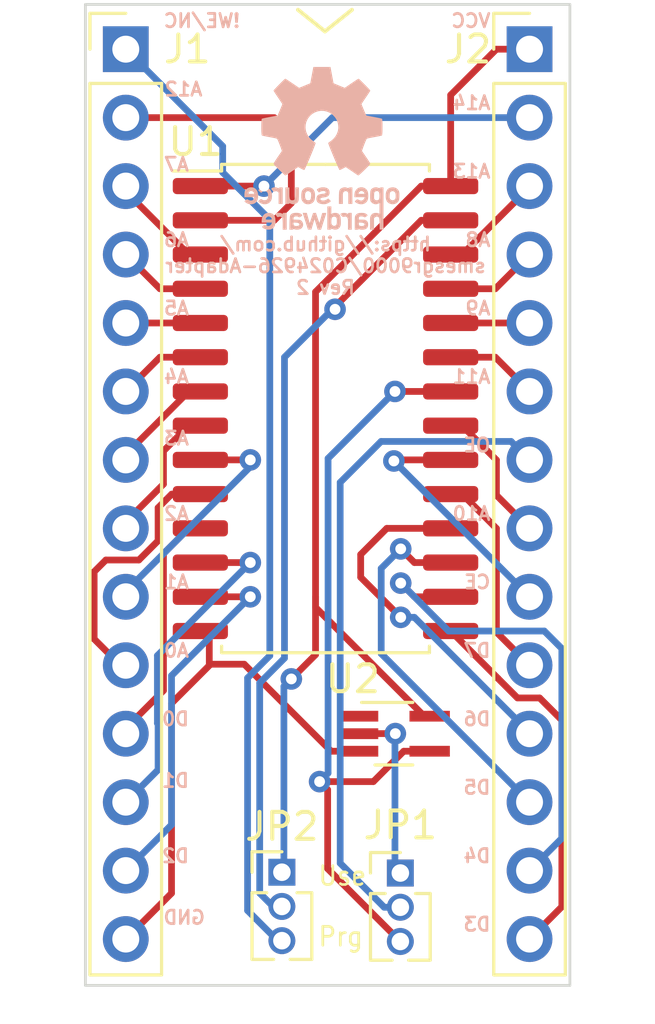
<source format=kicad_pcb>
(kicad_pcb (version 20221018) (generator pcbnew)
  (layers (0 "F.Cu" signal) (31 "B.Cu" signal) (34 "B.Paste" user) (35 "F.Paste" user) (36 "B.SilkS" user "B.Silkscreen") (37 "F.SilkS" user "F.Silkscreen") (38 "B.Mask" user) (39 "F.Mask" user) (44 "Edge.Cuts" user))
  (net 0 "")
  (net 1 "/A12")
  (net 2 "/A7")
  (net 3 "/A6")
  (net 4 "/A5")
  (net 5 "/A4")
  (net 6 "/A3")
  (net 7 "/A2")
  (net 8 "/A1")
  (net 9 "/A0")
  (net 10 "/D0")
  (net 11 "/D1")
  (net 12 "/D2")
  (net 13 "GND")
  (net 14 "VCC")
  (net 15 "/A14")
  (net 16 "/A13")
  (net 17 "/A8")
  (net 18 "/A9")
  (net 19 "/A11")
  (net 20 "/CE")
  (net 21 "/A10")
  (net 22 "/OE")
  (net 23 "/D7")
  (net 24 "/D6")
  (net 25 "/D5")
  (net 26 "/D4")
  (net 27 "/D3")
  (net 28 "Net-(JP1-A)")
  (net 29 "/!OE")
  (net 30 "Net-(JP3-C)")
  (net 31 "Net-(J1-Pin_1)")
  (footprint "Package_SO:SOIC-28W_7.5x17.9mm_P1.27mm" (layer "F.Cu") (at 160.02 86.995)
    (fp_text reference "U1" (at -4.826 -9.9) (layer "F.SilkS"))
    (fp_text value "28C256")
    (pad "1" smd roundrect (at -4.65 -8.255) (size 2.05 0.6) (layers "F.Cu" "F.Paste" "F.Mask") (net 15 "/A14"))
    (pad "2" smd roundrect (at -4.65 -6.985) (size 2.05 0.6) (layers "F.Cu" "F.Paste" "F.Mask") (net 1 "/A12"))
    (pad "3" smd roundrect (at -4.65 -5.715) (size 2.05 0.6) (layers "F.Cu" "F.Paste" "F.Mask") (net 2 "/A7"))
    (pad "4" smd roundrect (at -4.65 -4.445) (size 2.05 0.6) (layers "F.Cu" "F.Paste" "F.Mask") (net 3 "/A6"))
    (pad "5" smd roundrect (at -4.65 -3.175) (size 2.05 0.6) (layers "F.Cu" "F.Paste" "F.Mask") (net 4 "/A5"))
    (pad "6" smd roundrect (at -4.65 -1.905) (size 2.05 0.6) (layers "F.Cu" "F.Paste" "F.Mask") (net 5 "/A4"))
    (pad "7" smd roundrect (at -4.65 -0.635) (size 2.05 0.6) (layers "F.Cu" "F.Paste" "F.Mask") (net 6 "/A3"))
    (pad "8" smd roundrect (at -4.65 0.635) (size 2.05 0.6) (layers "F.Cu" "F.Paste" "F.Mask") (net 7 "/A2"))
    (pad "9" smd roundrect (at -4.65 1.905) (size 2.05 0.6) (layers "F.Cu" "F.Paste" "F.Mask") (net 8 "/A1"))
    (pad "10" smd roundrect (at -4.65 3.175) (size 2.05 0.6) (layers "F.Cu" "F.Paste" "F.Mask") (net 9 "/A0"))
    (pad "11" smd roundrect (at -4.65 4.445) (size 2.05 0.6) (layers "F.Cu" "F.Paste" "F.Mask") (net 10 "/D0"))
    (pad "12" smd roundrect (at -4.65 5.715) (size 2.05 0.6) (layers "F.Cu" "F.Paste" "F.Mask") (net 11 "/D1"))
    (pad "13" smd roundrect (at -4.65 6.985) (size 2.05 0.6) (layers "F.Cu" "F.Paste" "F.Mask") (net 12 "/D2"))
    (pad "14" smd roundrect (at -4.65 8.255) (size 2.05 0.6) (layers "F.Cu" "F.Paste" "F.Mask") (net 13 "GND"))
    (pad "15" smd roundrect (at 4.65 8.255) (size 2.05 0.6) (layers "F.Cu" "F.Paste" "F.Mask") (net 27 "/D3"))
    (pad "16" smd roundrect (at 4.65 6.985) (size 2.05 0.6) (layers "F.Cu" "F.Paste" "F.Mask") (net 26 "/D4"))
    (pad "17" smd roundrect (at 4.65 5.715) (size 2.05 0.6) (layers "F.Cu" "F.Paste" "F.Mask") (net 25 "/D5"))
    (pad "18" smd roundrect (at 4.65 4.445) (size 2.05 0.6) (layers "F.Cu" "F.Paste" "F.Mask") (net 24 "/D6"))
    (pad "19" smd roundrect (at 4.65 3.175) (size 2.05 0.6) (layers "F.Cu" "F.Paste" "F.Mask") (net 23 "/D7"))
    (pad "20" smd roundrect (at 4.65 1.905) (size 2.05 0.6) (layers "F.Cu" "F.Paste" "F.Mask") (net 20 "/CE"))
    (pad "21" smd roundrect (at 4.65 0.635) (size 2.05 0.6) (layers "F.Cu" "F.Paste" "F.Mask") (net 21 "/A10"))
    (pad "22" smd roundrect (at 4.65 -0.635) (size 2.05 0.6) (layers "F.Cu" "F.Paste" "F.Mask") (net 29 "/!OE"))
    (pad "23" smd roundrect (at 4.65 -1.905) (size 2.05 0.6) (layers "F.Cu" "F.Paste" "F.Mask") (net 19 "/A11"))
    (pad "24" smd roundrect (at 4.65 -3.175) (size 2.05 0.6) (layers "F.Cu" "F.Paste" "F.Mask") (net 18 "/A9"))
    (pad "25" smd roundrect (at 4.65 -4.445) (size 2.05 0.6) (layers "F.Cu" "F.Paste" "F.Mask") (net 17 "/A8"))
    (pad "26" smd roundrect (at 4.65 -5.715) (size 2.05 0.6) (layers "F.Cu" "F.Paste" "F.Mask") (net 16 "/A13"))
    (pad "27" smd roundrect (at 4.65 -6.985) (size 2.05 0.6) (layers "F.Cu" "F.Paste" "F.Mask") (net 30 "Net-(JP3-C)"))
    (pad "28" smd roundrect (at 4.65 -8.255) (size 2.05 0.6) (layers "F.Cu" "F.Paste" "F.Mask") (net 14 "VCC"))
  )
  (footprint "Connector_PinHeader_2.54mm:PinHeader_1x14_P2.54mm_Vertical" (layer "F.Cu") (at 167.6 73.66)
    (fp_text reference "J2" (at -2.286 0) (layer "F.SilkS"))
    (fp_text value "Conn_01x14")
    (pad "1" thru_hole rect (at 0 0) (size 1.7 1.7) (drill 1) (layers "*.Cu" "*.Mask") (net 14 "VCC"))
    (pad "2" thru_hole oval (at 0 2.54) (size 1.7 1.7) (drill 1) (layers "*.Cu" "*.Mask") (net 15 "/A14"))
    (pad "3" thru_hole oval (at 0 5.08) (size 1.7 1.7) (drill 1) (layers "*.Cu" "*.Mask") (net 16 "/A13"))
    (pad "4" thru_hole oval (at 0 7.62) (size 1.7 1.7) (drill 1) (layers "*.Cu" "*.Mask") (net 17 "/A8"))
    (pad "5" thru_hole oval (at 0 10.16) (size 1.7 1.7) (drill 1) (layers "*.Cu" "*.Mask") (net 18 "/A9"))
    (pad "6" thru_hole oval (at 0 12.7) (size 1.7 1.7) (drill 1) (layers "*.Cu" "*.Mask") (net 19 "/A11"))
    (pad "7" thru_hole oval (at 0 15.24) (size 1.7 1.7) (drill 1) (layers "*.Cu" "*.Mask") (net 22 "/OE"))
    (pad "8" thru_hole oval (at 0 17.78) (size 1.7 1.7) (drill 1) (layers "*.Cu" "*.Mask") (net 21 "/A10"))
    (pad "9" thru_hole oval (at 0 20.32) (size 1.7 1.7) (drill 1) (layers "*.Cu" "*.Mask") (net 20 "/CE"))
    (pad "10" thru_hole oval (at 0 22.86) (size 1.7 1.7) (drill 1) (layers "*.Cu" "*.Mask") (net 23 "/D7"))
    (pad "11" thru_hole oval (at 0 25.4) (size 1.7 1.7) (drill 1) (layers "*.Cu" "*.Mask") (net 24 "/D6"))
    (pad "12" thru_hole oval (at 0 27.94) (size 1.7 1.7) (drill 1) (layers "*.Cu" "*.Mask") (net 25 "/D5"))
    (pad "13" thru_hole oval (at 0 30.48) (size 1.7 1.7) (drill 1) (layers "*.Cu" "*.Mask") (net 26 "/D4"))
    (pad "14" thru_hole oval (at 0 33.02) (size 1.7 1.7) (drill 1) (layers "*.Cu" "*.Mask") (net 27 "/D3"))
  )
  (footprint "Connector_PinHeader_1.27mm:PinHeader_1x03_P1.27mm_Vertical" (layer "F.Cu") (at 162.8 104.23)
    (fp_text reference "JP1" (at 0 -1.778) (layer "F.SilkS"))
    (fp_text value "Jumper_3_Open")
    (pad "1" thru_hole rect (at 0 0) (size 1 1) (drill 0.65) (layers "*.Cu" "*.Mask") (net 28 "Net-(JP1-A)"))
    (pad "2" thru_hole oval (at 0 1.27) (size 1 1) (drill 0.65) (layers "*.Cu" "*.Mask") (net 22 "/OE"))
    (pad "3" thru_hole oval (at 0 2.54) (size 1 1) (drill 0.65) (layers "*.Cu" "*.Mask") (net 29 "/!OE"))
  )
  (footprint "Package_TO_SOT_SMD:SOT-353_SC-70-5_Handsoldering" (layer "F.Cu") (at 162.56 99.06)
    (fp_text reference "U2" (at -1.524 -2.032) (layer "F.SilkS"))
    (fp_text value "74AHCT1G04")
    (pad "1" smd rect (at -1.33 -0.65) (size 1.5 0.4) (layers "F.Cu" "F.Paste" "F.Mask"))
    (pad "2" smd rect (at -1.33 0) (size 1.5 0.4) (layers "F.Cu" "F.Paste" "F.Mask") (net 28 "Net-(JP1-A)"))
    (pad "3" smd rect (at -1.33 0.65) (size 1.5 0.4) (layers "F.Cu" "F.Paste" "F.Mask") (net 13 "GND"))
    (pad "4" smd rect (at 1.33 0.65) (size 1.5 0.4) (layers "F.Cu" "F.Paste" "F.Mask") (net 29 "/!OE"))
    (pad "5" smd rect (at 1.33 -0.65) (size 1.5 0.4) (layers "F.Cu" "F.Paste" "F.Mask") (net 14 "VCC"))
  )
  (footprint "Connector_PinHeader_2.54mm:PinHeader_1x14_P2.54mm_Vertical" (layer "F.Cu") (at 152.6 73.66)
    (fp_text reference "J1" (at 2.286 0) (layer "F.SilkS"))
    (fp_text value "Conn_01x14")
    (pad "1" thru_hole rect (at 0 0) (size 1.7 1.7) (drill 1) (layers "*.Cu" "*.Mask") (net 31 "Net-(J1-Pin_1)"))
    (pad "2" thru_hole oval (at 0 2.54) (size 1.7 1.7) (drill 1) (layers "*.Cu" "*.Mask") (net 1 "/A12"))
    (pad "3" thru_hole oval (at 0 5.08) (size 1.7 1.7) (drill 1) (layers "*.Cu" "*.Mask") (net 2 "/A7"))
    (pad "4" thru_hole oval (at 0 7.62) (size 1.7 1.7) (drill 1) (layers "*.Cu" "*.Mask") (net 3 "/A6"))
    (pad "5" thru_hole oval (at 0 10.16) (size 1.7 1.7) (drill 1) (layers "*.Cu" "*.Mask") (net 4 "/A5"))
    (pad "6" thru_hole oval (at 0 12.7) (size 1.7 1.7) (drill 1) (layers "*.Cu" "*.Mask") (net 5 "/A4"))
    (pad "7" thru_hole oval (at 0 15.24) (size 1.7 1.7) (drill 1) (layers "*.Cu" "*.Mask") (net 6 "/A3"))
    (pad "8" thru_hole oval (at 0 17.78) (size 1.7 1.7) (drill 1) (layers "*.Cu" "*.Mask") (net 7 "/A2"))
    (pad "9" thru_hole oval (at 0 20.32) (size 1.7 1.7) (drill 1) (layers "*.Cu" "*.Mask") (net 8 "/A1"))
    (pad "10" thru_hole oval (at 0 22.86) (size 1.7 1.7) (drill 1) (layers "*.Cu" "*.Mask") (net 9 "/A0"))
    (pad "11" thru_hole oval (at 0 25.4) (size 1.7 1.7) (drill 1) (layers "*.Cu" "*.Mask") (net 10 "/D0"))
    (pad "12" thru_hole oval (at 0 27.94) (size 1.7 1.7) (drill 1) (layers "*.Cu" "*.Mask") (net 11 "/D1"))
    (pad "13" thru_hole oval (at 0 30.48) (size 1.7 1.7) (drill 1) (layers "*.Cu" "*.Mask") (net 12 "/D2"))
    (pad "14" thru_hole oval (at 0 33.02) (size 1.7 1.7) (drill 1) (layers "*.Cu" "*.Mask") (net 13 "GND"))
  )
  (footprint "Connector_PinHeader_1.27mm:PinHeader_1x03_P1.27mm_Vertical" (layer "F.Cu") (at 158.4 104.2)
    (fp_text reference "JP2" (at 0 -1.695) (layer "F.SilkS"))
    (fp_text value "Jumper_3_Open")
    (pad "1" thru_hole rect (at 0 0) (size 1 1) (drill 0.65) (layers "*.Cu" "*.Mask") (net 14 "VCC"))
    (pad "2" thru_hole oval (at 0 1.27) (size 1 1) (drill 0.65) (layers "*.Cu" "*.Mask") (net 30 "Net-(JP3-C)"))
    (pad "3" thru_hole oval (at 0 2.54) (size 1 1) (drill 0.65) (layers "*.Cu" "*.Mask") (net 31 "Net-(J1-Pin_1)"))
  )
  (footprint "Symbol:OSHW-Logo_5.7x6mm_SilkScreen" (layer "B.Cu") (at 159.893 77.336 180)
    (fp_text reference "REF**" hide)
    (fp_text value "OSHW-Logo_5.7x6mm_SilkScreen" hide)
  )
  (gr_line (start 159 72.2) (end 160 73) (stroke (width 0.15)) (layer "F.SilkS"))
  (gr_line (start 160 73) (end 161 72.2) (stroke (width 0.15)) (layer "F.SilkS"))
  (gr_line (start 169.1 72) (end 169.1 108.4) (stroke (width 0.1)) (layer "Edge.Cuts"))
  (gr_line (start 151.1 108.4) (end 151.1 72) (stroke (width 0.1)) (layer "Edge.Cuts"))
  (gr_line (start 151.1 72) (end 169.1 72) (stroke (width 0.1)) (layer "Edge.Cuts"))
  (gr_line (start 169.1 108.4) (end 151.1 108.4) (stroke (width 0.1)) (layer "Edge.Cuts"))
  (gr_text "VCC" (at 166.2 72.898) (layer "B.SilkS") (effects (font (size 0.5 0.5) (thickness 0.1) bold) (justify left bottom mirror)))
  (gr_text "!WE/NC" (at 156.9 72.898) (layer "B.SilkS") (effects (font (size 0.5 0.5) (thickness 0.1) bold) (justify left bottom mirror)))
  (gr_text "A12" (at 155.5 75.438) (layer "B.SilkS") (effects (font (size 0.5 0.5) (thickness 0.1) bold) (justify left bottom mirror)))
  (gr_text "D6" (at 166.2 98.806) (layer "B.SilkS") (effects (font (size 0.5 0.5) (thickness 0.1) bold) (justify left bottom mirror)))
  (gr_text "D7" (at 166.2 96.266) (layer "B.SilkS") (effects (font (size 0.5 0.5) (thickness 0.1) bold) (justify left bottom mirror)))
  (gr_text "A5" (at 155 83.566) (layer "B.SilkS") (effects (font (size 0.5 0.5) (thickness 0.1) bold) (justify left bottom mirror)))
  (gr_text "A13" (at 166.2 78.486) (layer "B.SilkS") (effects (font (size 0.5 0.5) (thickness 0.1) bold) (justify left bottom mirror)))
  (gr_text "A9" (at 166.2 83.566) (layer "B.SilkS") (effects (font (size 0.5 0.5) (thickness 0.1) bold) (justify left bottom mirror)))
  (gr_text "A1" (at 155 93.726) (layer "B.SilkS") (effects (font (size 0.5 0.5) (thickness 0.1) bold) (justify left bottom mirror)))
  (gr_text "A6" (at 155 81.026) (layer "B.SilkS") (effects (font (size 0.5 0.5) (thickness 0.1) bold) (justify left bottom mirror)))
  (gr_text "CE" (at 166.2 93.726) (layer "B.SilkS") (effects (font (size 0.5 0.5) (thickness 0.1) bold) (justify left bottom mirror)))
  (gr_text "GND" (at 155.6 106.172) (layer "B.SilkS") (effects (font (size 0.5 0.5) (thickness 0.1) bold) (justify left bottom mirror)))
  (gr_text "A11" (at 166.2 86.106) (layer "B.SilkS") (effects (font (size 0.5 0.5) (thickness 0.1) bold) (justify left bottom mirror)))
  (gr_text "https://github.com/\nsmesgr9000/C024926-Adapter\nRev 2" (at 160.02 81.7) (layer "B.SilkS") (effects (font (size 0.5 0.5) (thickness 0.1)) (justify mirror)))
  (gr_text "A4" (at 155 86.106) (layer "B.SilkS") (effects (font (size 0.5 0.5) (thickness 0.1) bold) (justify left bottom mirror)))
  (gr_text "A0" (at 155 96.266) (layer "B.SilkS") (effects (font (size 0.5 0.5) (thickness 0.1) bold) (justify left bottom mirror)))
  (gr_text "D1" (at 155 101.092) (layer "B.SilkS") (effects (font (size 0.5 0.5) (thickness 0.1) bold) (justify left bottom mirror)))
  (gr_text "A2" (at 155 91.186) (layer "B.SilkS") (effects (font (size 0.5 0.5) (thickness 0.1) bold) (justify left bottom mirror)))
  (gr_text "D3" (at 166.2 106.426) (layer "B.SilkS") (effects (font (size 0.5 0.5) (thickness 0.1) bold) (justify left bottom mirror)))
  (gr_text "A10" (at 166.2 91.186) (layer "B.SilkS") (effects (font (size 0.5 0.5) (thickness 0.1) bold) (justify left bottom mirror)))
  (gr_text "D4" (at 166.2 103.886) (layer "B.SilkS") (effects (font (size 0.5 0.5) (thickness 0.1) bold) (justify left bottom mirror)))
  (gr_text "D2" (at 155 103.886) (layer "B.SilkS") (effects (font (size 0.5 0.5) (thickness 0.1) bold) (justify left bottom mirror)))
  (gr_text "A8" (at 166.2 81.026) (layer "B.SilkS") (effects (font (size 0.5 0.5) (thickness 0.1) bold) (justify left bottom mirror)))
  (gr_text "D5" (at 166.2 101.346) (layer "B.SilkS") (effects (font (size 0.5 0.5) (thickness 0.1) bold) (justify left bottom mirror)))
  (gr_text "A3\n" (at 155 88.392) (layer "B.SilkS") (effects (font (size 0.5 0.5) (thickness 0.1) bold) (justify left bottom mirror)))
  (gr_text "A7" (at 155 78.232) (layer "B.SilkS") (effects (font (size 0.5 0.5) (thickness 0.1) bold) (justify left bottom mirror)))
  (gr_text "OE" (at 166.2 88.646) (layer "B.SilkS") (effects (font (size 0.5 0.5) (thickness 0.1) bold) (justify left bottom mirror)))
  (gr_text "D0" (at 155 98.806) (layer "B.SilkS") (effects (font (size 0.5 0.5) (thickness 0.1) bold) (justify left bottom mirror)))
  (gr_text "A14" (at 166.2 75.946) (layer "B.SilkS") (effects (font (size 0.5 0.5) (thickness 0.1) bold) (justify left bottom mirror)))
  (gr_text "Use\n\nPrg" (at 159.7 107) (layer "F.SilkS") (effects (font (size 0.7 0.65) (thickness 0.1)) (justify left bottom)))
  (segment (start 158.115 80.01) (end 155.37 80.01) (width 0.25) (layer "F.Cu") (net 1))
  (segment (start 158.75 79.375) (end 158.115 80.01) (width 0.25) (layer "F.Cu") (net 1))
  (segment (start 152.6 76.2) (end 158.115 76.2) (width 0.25) (layer "F.Cu") (net 1))
  (segment (start 158.75 76.835) (end 158.75 79.375) (width 0.25) (layer "F.Cu") (net 1))
  (segment (start 158.115 76.2) (end 158.75 76.835) (width 0.25) (layer "F.Cu") (net 1))
  (segment (start 154.94 81.28) (end 155.37 81.28) (width 0.25) (layer "F.Cu") (net 2))
  (segment (start 152.6 78.74) (end 152.6 78.94) (width 0.25) (layer "F.Cu") (net 2))
  (segment (start 152.6 78.94) (end 154.94 81.28) (width 0.25) (layer "F.Cu") (net 2))
  (segment (start 152.6 81.28) (end 153.87 82.55) (width 0.25) (layer "F.Cu") (net 3))
  (segment (start 153.87 82.55) (end 155.37 82.55) (width 0.25) (layer "F.Cu") (net 3))
  (segment (start 152.6 83.82) (end 155.37 83.82) (width 0.25) (layer "F.Cu") (net 4))
  (segment (start 153.87 85.09) (end 155.37 85.09) (width 0.25) (layer "F.Cu") (net 5))
  (segment (start 152.6 86.36) (end 153.87 85.09) (width 0.25) (layer "F.Cu") (net 5))
  (segment (start 152.6 88.7) (end 154.94 86.36) (width 0.25) (layer "F.Cu") (net 6))
  (segment (start 152.6 88.9) (end 152.6 88.7) (width 0.25) (layer "F.Cu") (net 6))
  (segment (start 154.94 86.36) (end 155.37 86.36) (width 0.25) (layer "F.Cu") (net 6))
  (segment (start 154 89.8) (end 154 88.57) (width 0.25) (layer "F.Cu") (net 7))
  (segment (start 152.6 91.2) (end 154 89.8) (width 0.25) (layer "F.Cu") (net 7))
  (segment (start 154.94 87.63) (end 155.37 87.63) (width 0.25) (layer "F.Cu") (net 7))
  (segment (start 152.6 91.44) (end 152.6 91.2) (width 0.25) (layer "F.Cu") (net 7))
  (segment (start 154 88.57) (end 154.94 87.63) (width 0.25) (layer "F.Cu") (net 7))
  (segment (start 155.37 88.9) (end 157.226 88.9) (width 0.25) (layer "F.Cu") (net 8))
  (via (at 157.226 88.9) (size 0.8) (drill 0.4) (layers "F.Cu" "B.Cu") (net 8))
  (segment (start 157.226 88.9) (end 157.226 89.154) (width 0.25) (layer "B.Cu") (net 8))
  (segment (start 152.6 93.78) (end 152.6 93.98) (width 0.25) (layer "B.Cu") (net 8))
  (segment (start 157.226 89.154) (end 152.6 93.78) (width 0.25) (layer "B.Cu") (net 8))
  (segment (start 151.425 93.05) (end 151.425 95.545) (width 0.25) (layer "F.Cu") (net 9))
  (segment (start 151.425 95.545) (end 152.4 96.52) (width 0.25) (layer "F.Cu") (net 9))
  (segment (start 154.306396 90.17) (end 153.8 90.676396) (width 0.25) (layer "F.Cu") (net 9))
  (segment (start 153.8 91.901701) (end 153.086701 92.615) (width 0.25) (layer "F.Cu") (net 9))
  (segment (start 153.8 90.676396) (end 153.8 91.901701) (width 0.25) (layer "F.Cu") (net 9))
  (segment (start 153.086701 92.615) (end 151.86 92.615) (width 0.25) (layer "F.Cu") (net 9))
  (segment (start 155.37 90.17) (end 154.306396 90.17) (width 0.25) (layer "F.Cu") (net 9))
  (segment (start 151.86 92.615) (end 151.425 93.05) (width 0.25) (layer "F.Cu") (net 9))
  (segment (start 155.37 91.44) (end 154.94 91.44) (width 0.25) (layer "F.Cu") (net 10))
  (segment (start 154 97.46) (end 154 92.38) (width 0.25) (layer "F.Cu") (net 10))
  (segment (start 154.94 91.44) (end 154 92.38) (width 0.25) (layer "F.Cu") (net 10))
  (segment (start 154 97.46) (end 152.4 99.06) (width 0.25) (layer "F.Cu") (net 10))
  (segment (start 155.37 92.71) (end 157.226 92.71) (width 0.25) (layer "F.Cu") (net 11))
  (via (at 157.226 92.71) (size 0.8) (drill 0.4) (layers "F.Cu" "B.Cu") (net 11))
  (segment (start 153.775 98.675) (end 153.8 98.7) (width 0.25) (layer "B.Cu") (net 11))
  (segment (start 153.8 98.7) (end 153.8 100.4) (width 0.25) (layer "B.Cu") (net 11))
  (segment (start 152.6 101.6) (end 152.4 101.6) (width 0.25) (layer "B.Cu") (net 11))
  (segment (start 153.8 100.4) (end 152.6 101.6) (width 0.25) (layer "B.Cu") (net 11))
  (segment (start 153.775 96.161) (end 153.775 98.675) (width 0.25) (layer "B.Cu") (net 11))
  (segment (start 157.226 92.71) (end 153.775 96.161) (width 0.25) (layer "B.Cu") (net 11))
  (segment (start 155.37 93.98) (end 157.226 93.98) (width 0.25) (layer "F.Cu") (net 12))
  (via (at 157.226 93.98) (size 0.8) (drill 0.4) (layers "F.Cu" "B.Cu") (net 12))
  (segment (start 154.3 96.906) (end 154.3 102.44) (width 0.25) (layer "B.Cu") (net 12))
  (segment (start 154.3 102.44) (end 152.6 104.14) (width 0.25) (layer "B.Cu") (net 12))
  (segment (start 157.226 93.98) (end 154.3 96.906) (width 0.25) (layer "B.Cu") (net 12))
  (segment (start 155.750306 96.481) (end 155.702 96.481) (width 0.25) (layer "F.Cu") (net 13))
  (segment (start 154.3 97.931306) (end 154.3 104.98) (width 0.25) (layer "F.Cu") (net 13))
  (segment (start 155.702 96.481) (end 157.001 96.481) (width 0.25) (layer "F.Cu") (net 13))
  (segment (start 157.001 96.481) (end 160.23 99.71) (width 0.25) (layer "F.Cu") (net 13))
  (segment (start 160.23 99.71) (end 161.23 99.71) (width 0.25) (layer "F.Cu") (net 13))
  (segment (start 154.3 104.98) (end 152.6 106.68) (width 0.25) (layer "F.Cu") (net 13))
  (segment (start 155.37 95.25) (end 155.702 95.582) (width 0.25) (layer "F.Cu") (net 13))
  (segment (start 155.750306 96.481) (end 154.3 97.931306) (width 0.25) (layer "F.Cu") (net 13))
  (segment (start 155.702 95.582) (end 155.702 96.481) (width 0.25) (layer "F.Cu") (net 13))
  (segment (start 164.67 75.36) (end 164.67 78.74) (width 0.25) (layer "F.Cu") (net 14))
  (segment (start 159.65 82.666) (end 159.65 93.98) (width 0.25) (layer "F.Cu") (net 14))
  (segment (start 167.64 73.66) (end 166.37 73.66) (width 0.25) (layer "F.Cu") (net 14))
  (segment (start 159.65 94.372) (end 163.688 98.41) (width 0.25) (layer "F.Cu") (net 14))
  (segment (start 163.688 98.41) (end 163.89 98.41) (width 0.25) (layer "F.Cu") (net 14))
  (segment (start 159.65 96.128) (end 158.75 97.028) (width 0.25) (layer "F.Cu") (net 14))
  (segment (start 166.37 73.66) (end 164.67 75.36) (width 0.25) (layer "F.Cu") (net 14))
  (segment (start 163.576 78.74) (end 159.65 82.666) (width 0.25) (layer "F.Cu") (net 14))
  (segment (start 164.67 78.74) (end 163.576 78.74) (width 0.25) (layer "F.Cu") (net 14))
  (segment (start 159.65 93.98) (end 159.65 94.372) (width 0.25) (layer "F.Cu") (net 14))
  (segment (start 159.65 93.98) (end 159.65 96.128) (width 0.25) (layer "F.Cu") (net 14))
  (via (at 158.75 97.028) (size 0.8) (drill 0.4) (layers "F.Cu" "B.Cu") (net 14))
  (segment (start 158.75 97.028) (end 158.475 97.303) (width 0.25) (layer "B.Cu") (net 14))
  (segment (start 158.475 97.303) (end 158.475 104.125) (width 0.25) (layer "B.Cu") (net 14))
  (segment (start 158.475 104.125) (end 158.4 104.2) (width 0.25) (layer "B.Cu") (net 14))
  (segment (start 155.37 78.74) (end 157.734 78.74) (width 0.25) (layer "F.Cu") (net 15))
  (via (at 157.734 78.74) (size 0.8) (drill 0.4) (layers "F.Cu" "B.Cu") (net 15))
  (segment (start 160.274 76.2) (end 157.734 78.74) (width 0.25) (layer "B.Cu") (net 15))
  (segment (start 167.6 76.2) (end 160.274 76.2) (width 0.25) (layer "B.Cu") (net 15))
  (segment (start 165.1 81.28) (end 167.6 78.78) (width 0.25) (layer "F.Cu") (net 16))
  (segment (start 164.67 81.28) (end 165.1 81.28) (width 0.25) (layer "F.Cu") (net 16))
  (segment (start 167.6 78.78) (end 167.6 78.74) (width 0.25) (layer "F.Cu") (net 16))
  (segment (start 164.67 82.55) (end 166.33 82.55) (width 0.25) (layer "F.Cu") (net 17))
  (segment (start 166.33 82.55) (end 167.6 81.28) (width 0.25) (layer "F.Cu") (net 17))
  (segment (start 164.67 83.82) (end 167.64 83.82) (width 0.25) (layer "F.Cu") (net 18))
  (segment (start 164.67 85.09) (end 166.33 85.09) (width 0.25) (layer "F.Cu") (net 19))
  (segment (start 166.33 85.09) (end 167.6 86.36) (width 0.25) (layer "F.Cu") (net 19))
  (segment (start 167.6 86.36) (end 167.64 86.36) (width 0.25) (layer "F.Cu") (net 19))
  (segment (start 162.56 88.94) (end 162.6 88.9) (width 0.25) (layer "F.Cu") (net 20))
  (segment (start 162.6 88.9) (end 164.67 88.9) (width 0.25) (layer "F.Cu") (net 20))
  (via (at 162.56 88.94) (size 0.8) (drill 0.4) (layers "F.Cu" "B.Cu") (net 20))
  (segment (start 162.56 88.94) (end 167.6 93.98) (width 0.25) (layer "B.Cu") (net 20))
  (segment (start 166.37 90.21) (end 167.6 91.44) (width 0.25) (layer "F.Cu") (net 21))
  (segment (start 165.096751 87.63) (end 166.37 88.903249) (width 0.25) (layer "F.Cu") (net 21))
  (segment (start 166.37 88.903249) (end 166.37 90.21) (width 0.25) (layer "F.Cu") (net 21))
  (segment (start 164.67 87.63) (end 165.096751 87.63) (width 0.25) (layer "F.Cu") (net 21))
  (segment (start 160.565 89.735) (end 160.565 103.865) (width 0.25) (layer "B.Cu") (net 22))
  (segment (start 160.565 103.865) (end 162.2 105.5) (width 0.25) (layer "B.Cu") (net 22))
  (segment (start 166.915 88.215) (end 162.085 88.215) (width 0.25) (layer "B.Cu") (net 22))
  (segment (start 162.085 88.215) (end 160.565 89.735) (width 0.25) (layer "B.Cu") (net 22))
  (segment (start 167.6 88.9) (end 166.915 88.215) (width 0.25) (layer "B.Cu") (net 22))
  (segment (start 162.2 105.5) (end 162.8 105.5) (width 0.25) (layer "B.Cu") (net 22))
  (segment (start 166.37 91.443249) (end 166.37 95.29) (width 0.25) (layer "F.Cu") (net 23))
  (segment (start 165.096751 90.17) (end 166.37 91.443249) (width 0.25) (layer "F.Cu") (net 23))
  (segment (start 164.67 90.17) (end 165.096751 90.17) (width 0.25) (layer "F.Cu") (net 23))
  (segment (start 166.37 95.29) (end 167.6 96.52) (width 0.25) (layer "F.Cu") (net 23))
  (segment (start 162.052 93.98) (end 162.814 94.742) (width 0.25) (layer "F.Cu") (net 24))
  (segment (start 162.296695 91.44) (end 161.327 92.409695) (width 0.25) (layer "F.Cu") (net 24))
  (segment (start 161.327 92.409695) (end 161.327 93.255) (width 0.25) (layer "F.Cu") (net 24))
  (segment (start 161.327 93.255) (end 162.052 93.98) (width 0.25) (layer "F.Cu") (net 24))
  (segment (start 164.67 91.44) (end 162.296695 91.44) (width 0.25) (layer "F.Cu") (net 24))
  (via (at 162.814 94.742) (size 0.8) (drill 0.4) (layers "F.Cu" "B.Cu") (net 24))
  (segment (start 162.814 94.742) (end 163.322 94.742) (width 0.25) (layer "B.Cu") (net 24))
  (segment (start 167.6 99.02) (end 167.6 99.06) (width 0.25) (layer "B.Cu") (net 24))
  (segment (start 163.322 94.742) (end 167.6 99.02) (width 0.25) (layer "B.Cu") (net 24))
  (segment (start 163.322 92.71) (end 162.814 92.202) (width 0.25) (layer "F.Cu") (net 25))
  (segment (start 164.67 92.71) (end 163.322 92.71) (width 0.25) (layer "F.Cu") (net 25))
  (via (at 162.814 92.202) (size 0.8) (drill 0.4) (layers "F.Cu" "B.Cu") (net 25))
  (segment (start 162.089 92.927) (end 162.089 96.089) (width 0.25) (layer "B.Cu") (net 25))
  (segment (start 167.6 101.6) (end 167.64 101.6) (width 0.25) (layer "B.Cu") (net 25))
  (segment (start 162.814 92.202) (end 162.089 92.927) (width 0.25) (layer "B.Cu") (net 25))
  (segment (start 162.089 96.089) (end 167.6 101.6) (width 0.25) (layer "B.Cu") (net 25))
  (segment (start 164.67 93.98) (end 163.322 93.98) (width 0.25) (layer "F.Cu") (net 26))
  (segment (start 163.322 93.98) (end 162.814 93.472) (width 0.25) (layer "F.Cu") (net 26))
  (via (at 162.814 93.472) (size 0.8) (drill 0.4) (layers "F.Cu" "B.Cu") (net 26))
  (segment (start 168.8 102.94) (end 167.6 104.14) (width 0.25) (layer "B.Cu") (net 26))
  (segment (start 164.592 95.25) (end 168.148 95.25) (width 0.25) (layer "B.Cu") (net 26))
  (segment (start 168.8 95.902) (end 168.8 102.94) (width 0.25) (layer "B.Cu") (net 26))
  (segment (start 168.148 95.25) (end 168.8 95.902) (width 0.25) (layer "B.Cu") (net 26))
  (segment (start 162.814 93.472) (end 164.592 95.25) (width 0.25) (layer "B.Cu") (net 26))
  (segment (start 167.151598 97.733299) (end 167.975 97.733299) (width 0.25) (layer "F.Cu") (net 27))
  (segment (start 166.425 97.006701) (end 167.151598 97.733299) (width 0.25) (layer "F.Cu") (net 27))
  (segment (start 168.8 105.48) (end 167.6 106.68) (width 0.25) (layer "F.Cu") (net 27))
  (segment (start 164.67 95.25) (end 166.425 97.005) (width 0.25) (layer "F.Cu") (net 27))
  (segment (start 167.975 97.733299) (end 168.8 98.558299) (width 0.25) (layer "F.Cu") (net 27))
  (segment (start 168.8 98.558299) (end 168.8 105.48) (width 0.25) (layer "F.Cu") (net 27))
  (segment (start 166.425 97.005) (end 166.425 97.006701) (width 0.25) (layer "F.Cu") (net 27))
  (segment (start 162.613538 99.056342) (end 161.233658 99.056342) (width 0.25) (layer "F.Cu") (net 28))
  (segment (start 161.233658 99.056342) (end 161.23 99.06) (width 0.25) (layer "F.Cu") (net 28))
  (via (at 162.613538 99.056342) (size 0.8) (drill 0.4) (layers "F.Cu" "B.Cu") (net 28))
  (segment (start 162.6 99.06988) (end 162.6 104.03) (width 0.25) (layer "B.Cu") (net 28))
  (segment (start 162.613538 99.056342) (end 162.6 99.06988) (width 0.25) (layer "B.Cu") (net 28))
  (segment (start 162.6 104.03) (end 162.8 104.23) (width 0.25) (layer "B.Cu") (net 28))
  (segment (start 160.1 101.138) (end 160.1 104.07) (width 0.25) (layer "F.Cu") (net 29))
  (segment (start 159.8 100.838) (end 161.798 100.838) (width 0.25) (layer "F.Cu") (net 29))
  (segment (start 162.926 99.71) (end 163.89 99.71) (width 0.25) (layer "F.Cu") (net 29))
  (segment (start 160.1 104.07) (end 162.8 106.77) (width 0.25) (layer "F.Cu") (net 29))
  (segment (start 162.6 86.36) (end 164.67 86.36) (width 0.25) (layer "F.Cu") (net 29))
  (segment (start 159.8 100.838) (end 160.1 101.138) (width 0.25) (layer "F.Cu") (net 29))
  (segment (start 161.798 100.838) (end 162.926 99.71) (width 0.25) (layer "F.Cu") (net 29))
  (via (at 159.8 100.838) (size 0.8) (drill 0.4) (layers "F.Cu" "B.Cu") (net 29))
  (via (at 162.6 86.36) (size 0.8) (drill 0.4) (layers "F.Cu" "B.Cu") (net 29))
  (segment (start 160.115 100.523) (end 159.8 100.838) (width 0.25) (layer "B.Cu") (net 29))
  (segment (start 160.115 88.845) (end 160.115 100.523) (width 0.25) (layer "B.Cu") (net 29))
  (segment (start 162.6 86.36) (end 160.115 88.845) (width 0.25) (layer "B.Cu") (net 29))
  (segment (start 163.576 80.01) (end 164.67 80.01) (width 0.25) (layer "F.Cu") (net 30))
  (segment (start 160.3745 83.2115) (end 163.576 80.01) (width 0.25) (layer "F.Cu") (net 30))
  (segment (start 160.3745 83.312) (end 160.3745 83.2115) (width 0.25) (layer "F.Cu") (net 30))
  (via (at 160.3745 83.312) (size 0.8) (drill 0.4) (layers "F.Cu" "B.Cu") (net 30))
  (segment (start 157.575 104.975) (end 158.07 105.47) (width 0.25) (layer "B.Cu") (net 30))
  (segment (start 158.496 85.09) (end 158.496 96.256695) (width 0.25) (layer "B.Cu") (net 30))
  (segment (start 157.575 97.177695) (end 157.575 104.975) (width 0.25) (layer "B.Cu") (net 30))
  (segment (start 158.496 96.256695) (end 157.575 97.177695) (width 0.25) (layer "B.Cu") (net 30))
  (segment (start 158.07 105.47) (end 158.4 105.47) (width 0.25) (layer "B.Cu") (net 30))
  (segment (start 160.3745 83.312) (end 160.274 83.312) (width 0.25) (layer "B.Cu") (net 30))
  (segment (start 160.274 83.312) (end 158.496 85.09) (width 0.25) (layer "B.Cu") (net 30))
  (segment (start 157.951 79.982305) (end 156.2 78.231305) (width 0.25) (layer "B.Cu") (net 31))
  (segment (start 158.4 106.74) (end 158.243604 106.74) (width 0.25) (layer "B.Cu") (net 31))
  (segment (start 156.2 77.26) (end 152.6 73.66) (width 0.25) (layer "B.Cu") (net 31))
  (segment (start 157.125 96.991299) (end 157.951 96.165299) (width 0.25) (layer "B.Cu") (net 31))
  (segment (start 157.125 105.621396) (end 157.125 96.991299) (width 0.25) (layer "B.Cu") (net 31))
  (segment (start 158.243604 106.74) (end 157.125 105.621396) (width 0.25) (layer "B.Cu") (net 31))
  (segment (start 157.951 96.165299) (end 157.951 79.982305) (width 0.25) (layer "B.Cu") (net 31))
  (segment (start 156.2 78.231305) (end 156.2 77.26) (width 0.25) (layer "B.Cu") (net 31))
)
</source>
